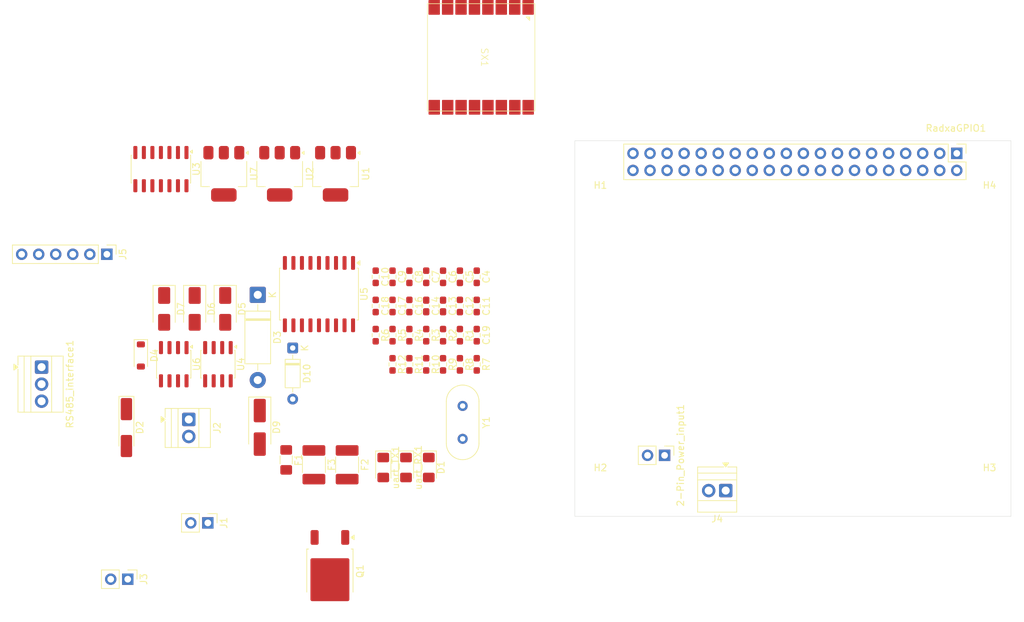
<source format=kicad_pcb>
(kicad_pcb (version 20241229) (generator "pcbnew") (generator_version "9.0")
  (title_block (title "Communication HAT") (company "Fourier Embeds") (comment 1 "Adrián Silva Palafox") (comment 2 "Felipe Adriel  Trejo de Arcos") (comment 3 "Engineered by:"))
  (layers (0 "F.Cu" signal) (2 "B.Cu" signal) (13 "F.Paste" user) (15 "B.Paste" user) (5 "F.SilkS" user "F.Silkscreen") (7 "B.SilkS" user "B.Silkscreen") (1 "F.Mask" user) (3 "B.Mask" user) (25 "Edge.Cuts" user))
  (net 0 "")
  (net 1 "Net-(D4-A)")
  (net 2 "Net-(D4-K)")
  (net 3 "Net-(D5-A1)")
  (net 4 "/COMs")
  (net 5 "Net-(D6-A1)")
  (net 6 "12V")
  (net 7 "PS+3.3v")
  (net 8 "GND")
  (net 9 "Net-(U4-DE)")
  (net 10 "Net-(U4-RO)")
  (net 11 "Net-(D10-A)")
  (net 12 "Net-(J4-Pin_2)")
  (net 14 "Net-(U2-VI)")
  (net 15 "Net-(RS485_interface1-Pin_2)")
  (net 16 "Net-(J2-Pin_1)")
  (net 17 "Net-(J2-Pin_2)")
  (net 19 "Net-(J3-Pin_1)")
  (net 20 "Net-(D3-A1)")
  (net 22 "/LoRa_D2")
  (net 24 "/LoRa_D5")
  (net 26 "/LoRa_D1")
  (net 28 "/LoRa_D4")
  (net 29 "Net-(U5-OSC1)")
  (net 30 "/TXcan-TXD")
  (net 31 "/CAN_CS")
  (net 32 "Net-(U5-OSC2)")
  (net 33 "PS+5v")
  (net 34 "/CAN_SO")
  (net 35 "/CAN_SCK")
  (net 36 "/CAN_SI")
  (net 37 "/CAN_INT")
  (net 38 "/RCcan-RXD")
  (net 39 "Net-(U1-VI)")
  (net 40 "Net-(R2-Pad1)")
  (net 41 "Net-(R3-Pad1)")
  (net 42 "LoRa+3.3v")
  (net 43 "Net-(U3-Pad3)")
  (net 44 "Net-(U5-~{RESET})")
  (net 45 "/LoRa_D0")
  (net 46 "/LoRa_D3")
  (net 47 "Net-(U7-VI)")
  (net 48 "Net-(RS485_interface1-Pin_1)")
  (net 49 "Net-(SX1-ANT)")
  (net 50 "/LoRa_RST")
  (net 52 "Net-(D10-K)")
  (net 53 "Net-(J1-Pin_2)")
  (net 54 "/GPIO21")
  (net 55 "/GPIO23")
  (net 56 "3.3v_gpio")
  (net 57 "/GPIO29")
  (net 58 "/GPIO20")
  (net 59 "5v_gpio")
  (net 60 "/GPIO28")
  (net 61 "/GPIO27")
  (net 62 "/GPIO22")
  (net 63 "/GPIO11")
  (net 64 "Net-(uart_RX1-A)")
  (net 65 "Net-(uart_TX1-A)")
  (net 66 "Net-(D1-A)")
  (net 67 "/GPIO09")
  (net 68 "/GPIO13")
  (net 69 "/GPIO18")
  (net 70 "/GPIO07")
  (net 71 "/GPIO15")
  (net 72 "/GPIO25")
  (net 73 "/GPIO08")
  (net 74 "/GPIO17")
  (net 75 "/GPIO26")
  (net 76 "/GPIO02")
  (net 77 "/GPIO12")
  (net 78 "/GPIO10")
  (net 79 "/GPIO19")
  (net 80 "/GPIO14")
  (net 81 "/GPIO16")
  (net 82 "/GPIO24")
  (footprint "Capacitor_SMD:C_0603_1608Metric_Pad1.08x0.95mm_HandSolder" (layer "F.Cu") (at 94.04 92.4375 -90)
    (property "Reference" "C14" (at 0 -1.43 90) (layer "F.SilkS"))
    (property "Value" "x")
    (pad "1" smd roundrect (at -0.8625 0 270) (size 1.075 0.95) (layers "F.Cu" "F.Mask" "F.Paste") (net 32 "Net-(U5-OSC2)"))
    (pad "2" smd roundrect (at 0.8625 0 270) (size 1.075 0.95) (layers "F.Cu" "F.Mask" "F.Paste") (net 8 "GND"))
  )
  (footprint "Capacitor_SMD:C_1812_4532Metric_Pad1.57x3.40mm_HandSolder" (layer "F.Cu") (at 77.3 116.1075 -90)
    (property "Reference" "F3" (at 0 -2.65 90) (layer "F.SilkS"))
    (property "Value" "0.3")
    (pad "1" smd roundrect (at -2.1375 0 270) (size 1.575 3.4) (layers "F.Cu" "F.Mask" "F.Paste") (roundrect_rratio 0.15873) (net 15 "Net-(RS485_interface1-Pin_2)"))
    (pad "2" smd roundrect (at 2.1375 0 270) (size 1.575 3.4) (layers "F.Cu" "F.Mask" "F.Paste") (roundrect_rratio 0.15873) (net 5 "Net-(D6-A1)"))
  )
  (footprint "Resistor_SMD:R_0603_1608Metric_Pad0.98x0.95mm_HandSolder" (layer "F.Cu") (at 94.04 96.7875 -90)
    (property "Reference" "R3" (at 0 -1.43 90) (layer "F.SilkS"))
    (property "Value" "2k4")
    (pad "1" smd roundrect (at -0.9125 0 270) (size 0.975 0.95) (layers "F.Cu" "F.Mask" "F.Paste") (net 41 "Net-(R3-Pad1)"))
    (pad "2" smd roundrect (at 0.9125 0 270) (size 0.975 0.95) (layers "F.Cu" "F.Mask" "F.Paste") (net 65 "Net-(uart_TX1-A)"))
  )
  (footprint "Fuse:Fuse_1206_3216Metric_Pad1.42x1.75mm_HandSolder" (layer "F.Cu") (at 73.17 115.3775 -90)
    (property "Reference" "F1" (at 0 -1.83 90) (layer "F.SilkS"))
    (property "Value" "3A")
    (pad "1" smd roundrect (at -1.4875 0 270) (size 1.425 1.75) (layers "F.Cu" "F.Mask" "F.Paste") (roundrect_rratio 0.175439) (net 12 "Net-(J4-Pin_2)"))
    (pad "2" smd roundrect (at 1.4875 0 270) (size 1.425 1.75) (layers "F.Cu" "F.Mask" "F.Paste") (roundrect_rratio 0.175439) (net 52 "Net-(D10-K)"))
  )
  (footprint "TerminalBlock:TerminalBlock_Xinya_XY308-2.54-2P_1x02_P2.54mm_Horizontal" (layer "F.Cu") (at 58.65 109.35 -90)
    (property "Reference" "J2" (at 1.27 -4.22 90) (layer "F.SilkS"))
    (property "Value" "Can_terminals")
    (pad "1" thru_hole roundrect (at 0 0 270) (size 2 2) (drill 1.2) (layers "*.Cu" "*.Mask") (roundrect_rratio 0.125) (net 16 "Net-(J2-Pin_1)"))
    (pad "2" thru_hole circle (at 2.54 0 270) (size 2 2) (drill 1.2) (layers "*.Cu" "*.Mask") (net 17 "Net-(J2-Pin_2)"))
  )
  (footprint "Resistor_SMD:R_0603_1608Metric_Pad0.98x0.95mm_HandSolder" (layer "F.Cu") (at 99.06 101.1375 -90)
    (property "Reference" "R8" (at 0 -1.43 90) (layer "F.SilkS"))
    (property "Value" "4K7")
    (pad "1" smd roundrect (at -0.9125 0 270) (size 0.975 0.95) (layers "F.Cu" "F.Mask" "F.Paste") (net 5 "Net-(D6-A1)"))
    (pad "2" smd roundrect (at 0.9125 0 270) (size 0.975 0.95) (layers "F.Cu" "F.Mask" "F.Paste") (net 8 "GND"))
  )
  (footprint "Capacitor_SMD:C_1812_4532Metric_Pad1.57x3.40mm_HandSolder" (layer "F.Cu") (at 82.25 116.1075 -90)
    (property "Reference" "F2" (at 0 -2.65 90) (layer "F.SilkS"))
    (property "Value" "0.3")
    (pad "1" smd roundrect (at -2.1375 0 270) (size 1.575 3.4) (layers "F.Cu" "F.Mask" "F.Paste") (roundrect_rratio 0.15873) (net 3 "Net-(D5-A1)"))
    (pad "2" smd roundrect (at 2.1375 0 270) (size 1.575 3.4) (layers "F.Cu" "F.Mask" "F.Paste") (roundrect_rratio 0.15873) (net 48 "Net-(RS485_interface1-Pin_1)"))
  )
  (footprint "Crystal:Crystal_HC18-U_Vertical" (layer "F.Cu") (at 99.47 107.3375 -90)
    (property "Reference" "Y1" (at 2.45 -3.52 90) (layer "F.SilkS"))
    (property "Value" "8MHz")
    (pad "1" thru_hole circle (at 0 0 270) (size 1.5 1.5) (drill 0.8) (layers "*.Cu" "*.Mask") (net 29 "Net-(U5-OSC1)"))
    (pad "2" thru_hole circle (at 4.9 0 270) (size 1.5 1.5) (drill 0.8) (layers "*.Cu" "*.Mask") (net 32 "Net-(U5-OSC2)"))
  )
  (footprint "Resistor_SMD:R_0603_1608Metric_Pad0.98x0.95mm_HandSolder" (layer "F.Cu") (at 99.06 88.0875 -90)
    (property "Reference" "C5" (at 0 -1.43 90) (layer "F.SilkS"))
    (property "Value" "10uf")
    (pad "1" smd roundrect (at -0.9125 0 270) (size 0.975 0.95) (layers "F.Cu" "F.Mask" "F.Paste") (net 39 "Net-(U1-VI)"))
    (pad "2" smd roundrect (at 0.9125 0 270) (size 0.975 0.95) (layers "F.Cu" "F.Mask" "F.Paste") (net 8 "GND"))
  )
  (footprint "Diode_SMD:D_MiniMELF_Handsoldering" (layer "F.Cu") (at 49.355 110.5625 -90)
    (property "Reference" "D2" (at 0 -2 90) (layer "F.SilkS"))
    (property "Value" "12v")
    (pad "1" smd roundrect (at -2.75 0 270) (size 3.3 1.7) (layers "F.Cu" "F.Mask" "F.Paste") (roundrect_rratio 0.1470588235) (net 11 "Net-(D10-A)"))
    (pad "2" smd roundrect (at 2.75 0 270) (size 3.3 1.7) (layers "F.Cu" "F.Mask" "F.Paste") (roundrect_rratio 0.1470588235) (net 8 "GND"))
  )
  (footprint "MountingHole:MountingHole_2.5mm" (layer "F.Cu") (at 120 71 180)
    (property "Reference" "H1" (at 0 -3.45 0) (layer "F.SilkS"))
    (property "Value" "MountingHole")
    (pad "" np_thru_hole circle (at 0 0 180) (size 2.5 2.5) (drill 2.5) (layers "*.Cu" "*.Mask"))
  )
  (footprint "Package_TO_SOT_SMD:SOT-223-3_TabPin2" (layer "F.Cu") (at 80.525 72.7375 -90)
    (property "Reference" "U1" (at 0 -4.5 90) (layer "F.SilkS"))
    (property "Value" "AMS1117-5.0")
    (pad "1" smd roundrect (at -3.15 -2.3 270) (size 2 1.5) (layers "F.Cu" "F.Mask" "F.Paste") (net 8 "GND"))
    (pad "2" smd roundrect (at -3.15 0 270) (size 2 1.5) (layers "F.Cu" "F.Mask" "F.Paste") (net 33 "PS+5v"))
    (pad "2" smd roundrect (at 3.15 0 270) (size 2 3.8) (layers "F.Cu" "F.Mask" "F.Paste") (net 33 "PS+5v"))
    (pad "3" smd roundrect (at -3.15 2.3 270) (size 2 1.5) (layers "F.Cu" "F.Mask" "F.Paste") (net 39 "Net-(U1-VI)"))
  )
  (footprint "Connector_PinHeader_2.54mm:PinHeader_1x02_P2.54mm_Vertical" (layer "F.Cu") (at 49.555 133.16 -90)
    (property "Reference" "J3" (at 0 -2.38 90) (layer "F.SilkS"))
    (property "Value" "120Can-resistor")
    (pad "1" thru_hole rect (at 0 0 270) (size 1.7 1.7) (drill 1) (layers "*.Cu" "*.Mask") (net 19 "Net-(J3-Pin_1)"))
    (pad "2" thru_hole circle (at 0 2.54 270) (size 1.7 1.7) (drill 1) (layers "*.Cu" "*.Mask") (net 16 "Net-(J2-Pin_1)"))
  )
  (footprint "Diode_SMD:D_SMA_Handsoldering" (layer "F.Cu") (at 69.23 110.5225 -90)
    (property "Reference" "D9" (at 0 -2.5 90) (layer "F.SilkS"))
    (property "Value" "SS36")
    (pad "1" smd roundrect (at -2.5 0 270) (size 3.5 1.8) (layers "F.Cu" "F.Mask" "F.Paste") (roundrect_rratio 0.1388888889) (net 52 "Net-(D10-K)"))
    (pad "2" smd roundrect (at 2.5 0 270) (size 3.5 1.8) (layers "F.Cu" "F.Mask" "F.Paste") (roundrect_rratio 0.1388888889) (net 8 "GND"))
  )
  (footprint "LED_SMD:LED_1206_3216Metric_Pad1.42x1.75mm_HandSolder" (layer "F.Cu") (at 91.03 116.5125 -90)
    (property "Reference" "uart_RX1" (at 0 -1.83 90) (layer "F.SilkS"))
    (property "Value" "LED")
    (pad "1" smd roundrect (at -1.4875 0 270) (size 1.425 1.75) (layers "F.Cu" "F.Mask" "F.Paste") (roundrect_rratio 0.175439) (net 8 "GND"))
    (pad "2" smd roundrect (at 1.4875 0 270) (size 1.425 1.75) (layers "F.Cu" "F.Mask" "F.Paste") (roundrect_rratio 0.175439) (net 64 "Net-(uart_RX1-A)"))
  )
  (footprint "Package_TO_SOT_SMD:SOT-223-3_TabPin2" (layer "F.Cu") (at 72.2 72.7375 -90)
    (property "Reference" "U2" (at 0 -4.5 90) (layer "F.SilkS"))
    (property "Value" "LD1117V33")
    (pad "1" smd roundrect (at -3.15 -2.3 270) (size 2 1.5) (layers "F.Cu" "F.Mask" "F.Paste") (net 8 "GND"))
    (pad "2" smd roundrect (at -3.15 0 270) (size 2 1.5) (layers "F.Cu" "F.Mask" "F.Paste") (net 7 "PS+3.3v"))
    (pad "2" smd roundrect (at 3.15 0 270) (size 2 3.8) (layers "F.Cu" "F.Mask" "F.Paste") (net 7 "PS+3.3v"))
    (pad "3" smd roundrect (at -3.15 2.3 270) (size 2 1.5) (layers "F.Cu" "F.Mask" "F.Paste") (net 14 "Net-(U2-VI)"))
  )
  (footprint "MountingHole:MountingHole_2.5mm" (layer "F.Cu") (at 178 120)
    (property "Reference" "H3" (at 0 -3.45 0) (layer "F.SilkS"))
    (property "Value" "MountingHole")
    (pad "" np_thru_hole circle (at 0 0) (size 2.5 2.5) (drill 2.5) (layers "*.Cu" "*.Mask"))
  )
  (footprint "Resistor_SMD:R_0603_1608Metric_Pad0.98x0.95mm_HandSolder" (layer "F.Cu") (at 101.57 88.0875 -90)
    (property "Reference" "C4" (at 0 -1.43 90) (layer "F.SilkS"))
    (property "Value" "10uf")
    (pad "1" smd roundrect (at -0.9125 0 270) (size 0.975 0.95) (layers "F.Cu" "F.Mask" "F.Paste") (net 14 "Net-(U2-VI)"))
    (pad "2" smd roundrect (at 0.9125 0 270) (size 0.975 0.95) (layers "F.Cu" "F.Mask" "F.Paste") (net 8 "GND"))
  )
  (footprint "Connector_PinHeader_2.54mm:PinHeader_1x06_P2.54mm_Vertical" (layer "F.Cu") (at 46.44 84.73 -90)
    (property "Reference" "J5" (at 0 -2.38 90) (layer "F.SilkS"))
    (property "Value" "LoRa_DIO")
    (pad "1" thru_hole rect (at 0 0 270) (size 1.7 1.7) (drill 1) (layers "*.Cu" "*.Mask") (net 45 "/LoRa_D0"))
    (pad "2" thru_hole circle (at 0 2.54 270) (size 1.7 1.7) (drill 1) (layers "*.Cu" "*.Mask") (net 26 "/LoRa_D1"))
    (pad "3" thru_hole circle (at 0 5.08 270) (size 1.7 1.7) (drill 1) (layers "*.Cu" "*.Mask") (net 22 "/LoRa_D2"))
    (pad "4" thru_hole circle (at 0 7.62 270) (size 1.7 1.7) (drill 1) (layers "*.Cu" "*.Mask") (net 28 "/LoRa_D4"))
    (pad "5" thru_hole circle (at 0 10.16 270) (size 1.7 1.7) (drill 1) (layers "*.Cu" "*.Mask") (net 46 "/LoRa_D3"))
    (pad "6" thru_hole circle (at 0 12.7 270) (size 1.7 1.7) (drill 1) (layers "*.Cu" "*.Mask") (net 24 "/LoRa_D5"))
  )
  (footprint "Resistor_SMD:R_0603_1608Metric_Pad0.98x0.95mm_HandSolder" (layer "F.Cu") (at 86.51 88.0875 -90)
    (property "Reference" "C10" (at 0 -1.43 90) (layer "F.SilkS"))
    (property "Value" "100nf")
    (pad "1" smd roundrect (at -0.9125 0 270) (size 0.975 0.95) (layers "F.Cu" "F.Mask" "F.Paste") (net 7 "PS+3.3v"))
    (pad "2" smd roundrect (at 0.9125 0 270) (size 0.975 0.95) (layers "F.Cu" "F.Mask" "F.Paste") (net 8 "GND"))
  )
  (footprint "Resistor_SMD:R_0603_1608Metric_Pad0.98x0.95mm_HandSolder" (layer "F.Cu") (at 99.06 96.7875 -90)
    (property "Reference" "R1" (at 0 -1.43 90) (layer "F.SilkS"))
    (property "Value" "1K")
    (pad "1" smd roundrect (at -0.9125 0 270) (size 0.975 0.95) (layers "F.Cu" "F.Mask" "F.Paste") (net 6 "12V"))
    (pad "2" smd roundrect (at 0.9125 0 270) (size 0.975 0.95) (layers "F.Cu" "F.Mask" "F.Paste") (net 66 "Net-(D1-A)"))
  )
  (footprint "LED_SMD:LED_1206_3216Metric_Pad1.42x1.75mm_HandSolder" (layer "F.Cu") (at 87.64 116.5125 -90)
    (property "Reference" "uart_TX1" (at 0 -1.83 90) (layer "F.SilkS"))
    (property "Value" "LED")
    (pad "1" smd roundrect (at -1.4875 0 270) (size 1.425 1.75) (layers "F.Cu" "F.Mask" "F.Paste") (roundrect_rratio 0.175439) (net 8 "GND"))
    (pad "2" smd roundrect (at 1.4875 0 270) (size 1.425 1.75) (layers "F.Cu" "F.Mask" "F.Paste") (roundrect_rratio 0.175439) (net 65 "Net-(uart_TX1-A)"))
  )
  (footprint "Connector_PinHeader_2.54mm:PinHeader_1x02_P2.54mm_Vertical" (layer "F.Cu") (at 129.57 114.7 -90)
    (property "Reference" "2-Pin_Power_input1" (at 0 -2.38 90) (layer "F.SilkS"))
    (property "Value" "Conn_01x02")
    (pad "1" thru_hole rect (at 0 0 270) (size 1.7 1.7) (drill 1) (layers "*.Cu" "*.Mask") (net 6 "12V"))
    (pad "2" thru_hole circle (at 0 2.54 270) (size 1.7 1.7) (drill 1) (layers "*.Cu" "*.Mask") (net 8 "GND"))
  )
  (footprint "Diode_SMD:D_SOD-123" (layer "F.Cu") (at 51.51 99.8125 -90)
    (property "Reference" "D4" (at 0 -2 90) (layer "F.SilkS"))
    (property "Value" "1N4148W")
    (pad "1" smd roundrect (at -1.65 0 270) (size 0.9 1.2) (layers "F.Cu" "F.Mask" "F.Paste") (net 2 "Net-(D4-K)"))
    (pad "2" smd roundrect (at 1.65 0 270) (size 0.9 1.2) (layers "F.Cu" "F.Mask" "F.Paste") (net 1 "Net-(D4-A)"))
  )
  (footprint "LED_SMD:LED_1206_3216Metric_Pad1.42x1.75mm_HandSolder" (layer "F.Cu") (at 94.42 116.5125 -90)
    (property "Reference" "D1" (at 0 -1.83 90) (layer "F.SilkS"))
    (property "Value" "LED")
    (pad "1" smd roundrect (at -1.4875 0 270) (size 1.425 1.75) (layers "F.Cu" "F.Mask" "F.Paste") (roundrect_rratio 0.175439) (net 8 "GND"))
    (pad "2" smd roundrect (at 1.4875 0 270) (size 1.425 1.75) (layers "F.Cu" "F.Mask" "F.Paste") (roundrect_rratio 0.175439) (net 66 "Net-(D1-A)"))
  )
  (footprint "Diode_THT:D_DO-15_P12.70mm_Horizontal" (layer "F.Cu") (at 68.93 90.7775 -90)
    (property "Reference" "D3" (at 6.35 -2.92 90) (layer "F.SilkS"))
    (property "Value" "P6KE15AC")
    (fp_text user "K" (at 0 -2.2 90) (layer "F.SilkS"))
    (pad "1" thru_hole roundrect (at 0 0 270) (size 2.4 2.4) (drill 1.2) (layers "*.Cu" "*.Mask") (roundrect_rratio 0.104167) (net 20 "Net-(D3-A1)"))
    (pad "2" thru_hole circle (at 12.7 0 270) (size 2.4 2.4) (drill 1.2) (layers "*.Cu" "*.Mask") (net 52 "Net-(D10-K)"))
  )
  (footprint "TerminalBlock:TerminalBlock_Xinya_XY308-2.54-2P_1x02_P2.54mm_Horizontal" (layer "F.Cu") (at 138.68 119.95 180)
    (property "Reference" "J4" (at 1.27 -4.22 0) (layer "F.SilkS"))
    (property "Value" "Power_supply_12V")
    (pad "1" thru_hole roundrect (at 0 0 180) (size 2 2) (drill 1.2) (layers "*.Cu" "*.Mask") (roundrect_rratio 0.125) (net 20 "Net-(D3-A1)"))
    (pad "2" thru_hole circle (at 2.54 0 180) (size 2 2) (drill 1.2) (layers "*.Cu" "*.Mask") (net 12 "Net-(J4-Pin_2)"))
  )
  (footprint "Diode_SMD:D_SMA" (layer "F.Cu") (at 54.98 92.8725 -90)
    (property "Reference" "D7" (at 0 -2.5 90) (layer "F.SilkS"))
    (property "Value" "SMAJ6.5CA")
    (pad "1" smd roundrect (at -2 0 270) (size 2.5 1.8) (layers "F.Cu" "F.Mask" "F.Paste") (roundrect_rratio 0.1388888889) (net 4 "/COMs"))
    (pad "2" smd roundrect (at 2 0 270) (size 2.5 1.8) (layers "F.Cu" "F.Mask" "F.Paste") (roundrect_rratio 0.1388888889) (net 5 "Net-(D6-A1)"))
  )
  (footprint "Resistor_SMD:R_0603_1608Metric_Pad0.98x0.95mm_HandSolder" (layer "F.Cu") (at 101.57 101.1375 -90)
    (property "Reference" "R7" (at 0 -1.43 90) (layer "F.SilkS"))
    (property "Value" "4K7")
    (pad "1" smd roundrect (at -0.9125 0 270) (size 0.975 0.95) (layers "F.Cu" "F.Mask" "F.Paste") (net 7 "PS+3.3v"))
    (pad "2" smd roundrect (at 0.9125 0 270) (size 0.975 0.95) (layers "F.Cu" "F.Mask" "F.Paste") (net 3 "Net-(D5-A1)"))
  )
  (footprint "Resistor_SMD:R_0603_1608Metric_Pad0.98x0.95mm_HandSolder" (layer "F.Cu") (at 91.53 101.1375 -90)
    (property "Reference" "R11" (at 0 -1.43 90) (layer "F.SilkS"))
    (property "Value" "10K")
    (pad "1" smd roundrect (at -0.9125 0 270) (size 0.975 0.95) (layers "F.Cu" "F.Mask" "F.Paste") (net 44 "Net-(U5-~{RESET})"))
    (pad "2" smd roundrect (at 0.9125 0 270) (size 0.975 0.95) (layers "F.Cu" "F.Mask" "F.Paste") (net 33 "PS+5v"))
  )
  (footprint "Resistor_SMD:R_0603_1608Metric_Pad0.98x0.95mm_HandSolder" (layer "F.Cu") (at 96.55 101.1375 -90)
    (property "Reference" "R9" (at 0 -1.43 90) (layer "F.SilkS"))
    (property "Value" "120")
    (pad "1" smd roundrect (at -0.9125 0 270) (size 0.975 0.95) (layers "F.Cu" "F.Mask" "F.Paste") (net 53 "Net-(J1-Pin_2)"))
    (pad "2" smd roundrect (at 0.9125 0 270) (size 0.975 0.95) (layers "F.Cu" "F.Mask" "F.Paste") (net 5 "Net-(D6-A1)"))
  )
  (footprint "Resistor_SMD:R_0603_1608Metric_Pad0.98x0.95mm_HandSolder" (layer "F.Cu") (at 99.06 92.4375 -90)
    (property "Reference" "C12" (at 0 -1.43 90) (layer "F.SilkS"))
    (property "Value" "100nf")
    (pad "1" smd roundrect (at -0.9125 0 270) (size 0.975 0.95) (layers "F.Cu" "F.Mask" "F.Paste") (net 33 "PS+5v"))
    (pad "2" smd roundrect (at 0.9125 0 270) (size 0.975 0.95) (layers "F.Cu" "F.Mask" "F.Paste") (net 8 "GND"))
  )
  (footprint "Capacitor_SMD:C_0603_1608Metric_Pad1.08x0.95mm_HandSolder" (layer "F.Cu") (at 96.55 92.4375 -90)
    (property "Reference" "C13" (at 0 -1.43 90) (layer "F.SilkS"))
    (property "Value" "x")
    (pad "1" smd roundrect (at -0.8625 0 270) (size 1.075 0.95) (layers "F.Cu" "F.Mask" "F.Paste") (net 8 "GND"))
    (pad "2" smd roundrect (at 0.8625 0 270) (size 1.075 0.95) (layers "F.Cu" "F.Mask" "F.Paste") (net 29 "Net-(U5-OSC1)"))
  )
  (footprint "Package_SO:SOIC-8_3.9x4.9mm_P1.27mm" (layer "F.Cu") (at 56.41 101.1175 -90)
    (property "Reference" "U6" (at 0 -3.4 90) (layer "F.SilkS"))
    (property "Value" "TJA1051T-3")
    (pad "1" smd roundrect (at -2.475 -1.905 270) (size 1.95 0.6) (layers "F.Cu" "F.Mask" "F.Paste") (net 30 "/TXcan-TXD"))
    (pad "2" smd roundrect (at -2.475 -0.635 270) (size 1.95 0.6) (layers "F.Cu" "F.Mask" "F.Paste") (net 8 "GND"))
    (pad "3" smd roundrect (at -2.475 0.635 270) (size 1.95 0.6) (layers "F.Cu" "F.Mask" "F.Paste") (net 33 "PS+5v"))
    (pad "4" smd roundrect (at -2.475 1.905 270) (size 1.95 0.6) (layers "F.Cu" "F.Mask" "F.Paste") (net 38 "/RCcan-RXD"))
    (pad "5" smd roundrect (at 2.475 1.905 270) (size 1.95 0.6) (layers "F.Cu" "F.Mask" "F.Paste"))
    (pad "6" smd roundrect (at 2.475 0.635 270) (size 1.95 0.6) (layers "F.Cu" "F.Mask" "F.Paste") (net 17 "Net-(J2-Pin_2)"))
    (pad "7" smd roundrect (at 2.475 -0.635 270) (size 1.95 0.6) (layers "F.Cu" "F.Mask" "F.Paste") (net 16 "Net-(J2-Pin_1)"))
    (pad "8" smd roundrect (at 2.475 -1.905 270) (size 1.95 0.6) (layers "F.Cu" "F.Mask" "F.Paste") (net 8 "GND"))
  )
  (footprint "TerminalBlock:TerminalBlock_Xinya_XY308-2.54-3P_1x03_P2.54mm_Horizontal" (layer "F.Cu") (at 36.71 101.55 -90)
    (property "Reference" "RS485_interface1" (at 2.54 -4.22 90) (layer "F.SilkS"))
    (property "Value" "Screw_Terminal_01x03")
    (pad "1" thru_hole roundrect (at 0 0 270) (size 2 2) (drill 1.2) (layers "*.Cu" "*.Mask") (roundrect_rratio 0.125) (net 48 "Net-(RS485_interface1-Pin_1)"))
    (pad "2" thru_hole circle (at 2.54 0 270) (size 2 2) (drill 1.2) (layers "*.Cu" "*.Mask") (net 15 "Net-(RS485_interface1-Pin_2)"))
    (pad "3" thru_hole circle (at 5.08 0 270) (size 2 2) (drill 1.2) (layers "*.Cu" "*.Mask") (net 4 "/COMs"))
  )
  (footprint "Diode_SMD:D_SMA" (layer "F.Cu") (at 59.53 92.8725 -90)
    (property "Reference" "D6" (at 0 -2.5 90) (layer "F.SilkS"))
    (property "Value" "SMAJ6.5CA")
    (pad "1" smd roundrect (at -2 0 270) (size 2.5 1.8) (layers "F.Cu" "F.Mask" "F.Paste") (roundrect_rratio 0.1388888889) (net 5 "Net-(D6-A1)"))
    (pad "2" smd roundrect (at 2 0 270) (size 2.5 1.8) (layers "F.Cu" "F.Mask" "F.Paste") (roundrect_rratio 0.1388888889) (net 3 "Net-(D5-A1)"))
  )
  (footprint "Package_SO:SO-14_3.9x8.65mm_P1.27mm" (layer "F.Cu") (at 54.495 72.0375 -90)
    (property "Reference" "U3" (at 0 -5.28 90) (layer "F.SilkS"))
    (property "Value" "74HC04")
    (pad "1" smd roundrect (at -2.475 -3.81 270) (size 1.95 0.6) (layers "F.Cu" "F.Mask" "F.Paste") (net 58 "/GPIO20"))
    (pad "2" smd roundrect (at -2.475 -2.54 270) (size 1.95 0.6) (layers "F.Cu" "F.Mask" "F.Paste") (net 41 "Net-(R3-Pad1)"))
    (pad "3" smd roundrect (at -2.475 -1.27 270) (size 1.95 0.6) (layers "F.Cu" "F.Mask" "F.Paste") (net 43 "Net-(U3-Pad3)"))
    (pad "4" smd roundrect (at -2.475 0 270) (size 1.95 0.6) (layers "F.Cu" "F.Mask" "F.Paste") (net 54 "/GPIO21"))
    (pad "5" smd roundrect (at -2.475 1.27 270) (size 1.95 0.6) (layers "F.Cu" "F.Mask" "F.Paste") (net 54 "/GPIO21"))
    (pad "6" smd roundrect (at -2.475 2.54 270) (size 1.95 0.6) (layers "F.Cu" "F.Mask" "F.Paste") (net 40 "Net-(R2-Pad1)"))
    (pad "7" smd roundrect (at -2.475 3.81 270) (size 1.95 0.6) (layers "F.Cu" "F.Mask" "F.Paste") (net 8 "GND"))
    (pad "8" smd roundrect (at 2.475 3.81 270) (size 1.95 0.6) (layers "F.Cu" "F.Mask" "F.Paste") (net 43 "Net-(U3-Pad3)"))
    (pad "9" smd roundrect (at 2.475 2.54 270) (size 1.95 0.6) (layers "F.Cu" "F.Mask" "F.Paste") (net 10 "Net-(U4-RO)"))
    (pad "10" smd roundrect (at 2.475 1.27 270) (size 1.95 0.6) (layers "F.Cu" "F.Mask" "F.Paste") (net 2 "Net-(D4-K)"))
    (pad "11" smd roundrect (at 2.475 0 270) (size 1.95 0.6) (layers "F.Cu" "F.Mask" "F.Paste") (net 41 "Net-(R3-Pad1)"))
    (pad "12" smd roundrect (at 2.475 -1.27 270) (size 1.95 0.6) (layers "F.Cu" "F.Mask" "F.Paste") (net 9 "Net-(U4-DE)"))
    (pad "13" smd roundrect (at 2.475 -2.54 270) (size 1.95 0.6) (layers "F.Cu" "F.Mask" "F.Paste") (net 1 "Net-(D4-A)"))
    (pad "14" smd roundrect (at 2.475 -3.81 270) (size 1.95 0.6) (layers "F.Cu" "F.Mask" "F.Paste") (net 7 "PS+3.3v"))
  )
  (footprint "Package_TO_SOT_SMD:SOT-223-3_TabPin2" (layer "F.Cu") (at 63.875 72.7375 -90)
    (property "Reference" "U7" (at 0 -4.5 90) (layer "F.SilkS"))
    (property "Value" "LD1117V33")
    (pad "1" smd roundrect (at -3.15 -2.3 270) (size 2 1.5) (layers "F.Cu" "F.Mask" "F.Paste") (net 8 "GND"))
    (pad "2" smd roundrect (at -3.15 0 270) (size 2 1.5) (layers "F.Cu" "F.Mask" "F.Paste") (net 42 "LoRa+3.3v"))
    (pad "2" smd roundrect (at 3.15 0 270) (size 2 3.8) (layers "F.Cu" "F.Mask" "F.Paste") (net 42 "LoRa+3.3v"))
    (pad "3" smd roundrect (at -3.15 2.3 270) (size 2 1.5) (layers "F.Cu" "F.Mask" "F.Paste") (net 47 "Net-(U7-VI)"))
  )
  (footprint "Connector_PinHeader_2.54mm:PinHeader_1x02_P2.54mm_Vertical" (layer "F.Cu") (at 61.49 124.77 -90)
    (property "Reference" "J1" (at 0 -2.38 90) (layer "F.SilkS"))
    (property "Value" "Conn_01x02_Pin")
    (pad "1" thru_hole rect (at 0 0 270) (size 1.7 1.7) (drill 1) (layers "*.Cu" "*.Mask") (net 3 "Net-(D5-A1)"))
    (pad "2" thru_hole circle (at 0 2.54 270) (size 1.7 1.7) (drill 1) (layers "*.Cu" "*.Mask") (net 53 "Net-(J1-Pin_2)"))
  )
  (footprint "Resistor_SMD:R_0603_1608Metric_Pad0.98x0.95mm_HandSolder" (layer "F.Cu") (at 96.55 88.0875 -90)
    (property "Reference" "C6" (at 0 -1.43 90) (layer "F.SilkS"))
    (property "Value" "1uf")
    (pad "1" smd roundrect (at -0.9125 0 270) (size 0.975 0.95) (layers "F.Cu" "F.Mask" "F.Paste") (net 33 "PS+5v"))
    (pad "2" smd roundrect (at 0.9125 0 270) (size 0.975 0.95) (layers "F.Cu" "F.Mask" "F.Paste") (net 8 "GND"))
  )
  (footprint "Resistor_SMD:R_0603_1608Metric_Pad0.98x0.95mm_HandSolder" (layer "F.Cu") (at 89.02 101.1375 -90)
    (property "Reference" "R12" (at 0 -1.43 90) (layer "F.SilkS"))
    (property "Value" "10K")
    (pad "1" smd roundrect (at -0.9125 0 270) (size 0.975 0.95) (layers "F.Cu" "F.Mask" "F.Paste") (net 11 "Net-(D10-A)"))
    (pad "2" smd roundrect (at 0.9125 0 270) (size 0.975 0.95) (layers "F.Cu" "F.Mask" "F.Paste") (net 52 "Net-(D10-K)"))
  )
  (footprint "Resistor_SMD:R_0603_1608Metric_Pad0.98x0.95mm_HandSolder" (layer "F.Cu") (at 91.53 88.0875 -90)
    (property "Reference" "C8" (at 0 -1.43 90) (layer "F.SilkS"))
    (property "Value" "100nf")
    (pad "1" smd roundrect (at -0.9125 0 270) (size 0.975 0.95) (layers "F.Cu" "F.Mask" "F.Paste") (net 7 "PS+3.3v"))
    (pad "2" smd roundrect (at 0.9125 0 270) (size 0.975 0.95) (layers "F.Cu" "F.Mask" "F.Paste") (net 8 "GND"))
  )
  (footprint "Resistor_SMD:R_0603_1608Metric_Pad0.98x0.95mm_HandSolder" (layer "F.Cu") (at 96.55 96.7875 -90)
    (property "Reference" "R2" (at 0 -1.43 90) (layer "F.SilkS"))
    (property "Value" "2k4")
    (pad "1" smd roundrect (at -0.9125 0 270) (size 0.975 0.95) (layers "F.Cu" "F.Mask" "F.Paste") (net 40 "Net-(R2-Pad1)"))
    (pad "2" smd roundrect (at 0.9125 0 270) (size 0.975 0.95) (layers "F.Cu" "F.Mask" "F.Paste") (net 64 "Net-(uart_RX1-A)"))
  )
  (footprint "Resistor_SMD:R_0603_1608Metric_Pad0.98x0.95mm_HandSolder" (layer "F.Cu") (at 101.57 92.4375 -90)
    (property "Reference" "C11" (at 0 -1.43 90) (layer "F.SilkS"))
    (property "Value" "100nf")
    (pad "1" smd roundrect (at -0.9125 0 270) (size 0.975 0.95) (layers "F.Cu" "F.Mask" "F.Paste") (net 33 "PS+5v"))
    (pad "2" smd roundrect (at 0.9125 0 270) (size 0.975 0.95) (layers "F.Cu" "F.Mask" "F.Paste") (net 8 "GND"))
  )
  (footprint "Resistor_SMD:R_0603_1608Metric_Pad0.98x0.95mm_HandSolder" (layer "F.Cu") (at 94.04 88.0875 -90)
    (property "Reference" "C7" (at 0 -1.43 90) (layer "F.SilkS"))
    (property "Value" "1uf")
    (pad "1" smd roundrect (at -0.9125 0 270) (size 0.975 0.95) (layers "F.Cu" "F.Mask" "F.Paste") (net 7 "PS+3.3v"))
    (pad "2" smd roundrect (at 0.9125 0 270) (size 0.975 0.95) (layers "F.Cu" "F.Mask" "F.Paste") (net 8 "GND"))
  )
  (footprint "Package_SO:SOIC-18W_7.5x11.6mm_P1.27mm" (layer "F.Cu") (at 78.055 90.6675 -90)
    (property "Reference" "U5" (at 0 -6.73 90) (layer "F.SilkS"))
    (property "Value" "MCP2515-xSO")
    (pad "1" smd roundrect (at -4.65 -5.08 270) (size 2.05 0.6) (layers "F.Cu" "F.Mask" "F.Paste") (net 30 "/TXcan-TXD"))
    (pad "2" smd roundrect (at -4.65 -3.81 270) (size 2.05 0.6) (layers "F.Cu" "F.Mask" "F.Paste") (net 38 "/RCcan-RXD"))
    (pad "3" smd roundrect (at -4.65 -2.54 270) (size 2.05 0.6) (layers "F.Cu" "F.Mask" "F.Paste"))
    (pad "4" smd roundrect (at -4.65 -1.27 270) (size 2.05 0.6) (layers "F.Cu" "F.Mask" "F.Paste"))
    (pad "5" smd roundrect (at -4.65 0 270) (size 2.05 0.6) (layers "F.Cu" "F.Mask" "F.Paste"))
    (pad "6" smd roundrect (at -4.65 1.27 270) (size 2.05 0.6) (layers "F.Cu" "F.Mask" "F.Paste"))
    (pad "7" smd roundrect (at -4.65 2.54 270) (size 2.05 0.6) (layers "F.Cu" "F.Mask" "F.Paste") (net 32 "Net-(U5-OSC2)"))
    (pad "8" smd roundrect (at -4.65 3.81 270) (size 2.05 0.6) (layers "F.Cu" "F.Mask" "F.Paste") (net 29 "Net-(U5-OSC1)"))
    (pad "9" smd roundrect (at -4.65 5.08 270) (size 2.05 0.6) (layers "F.Cu" "F.Mask" "F.Paste") (net 8 "GND"))
    (pad "10" smd roundrect (at 4.65 5.08 270) (size 2.05 0.6) (layers "F.Cu" "F.Mask" "F.Paste"))
    (pad "11" smd roundrect (at 4.65 3.81 270) (size 2.05 0.6) (layers "F.Cu" "F.Mask" "F.Paste"))
    (pad "12" smd roundrect (at 4.65 2.54 270) (size 2.05 0.6) (layers "F.Cu" "F.Mask" "F.Paste") (net 37 "/CAN_INT"))
    (pad "13" smd roundrect (at 4.65 1.27 270) (size 2.05 0.6) (layers "F.Cu" "F.Mask" "F.Paste") (net 35 "/CAN_SCK"))
    (pad "14" smd roundrect (at 4.65 0 270) (size 2.05 0.6) (layers "F.Cu" "F.Mask" "F.Paste") (net 36 "/CAN_SI"))
    (pad "15" smd roundrect (at 4.65 -1.27 270) (size 2.05 0.6) (layers "F.Cu" "F.Mask" "F.Paste") (net 34 "/CAN_SO"))
    (pad "16" smd roundrect (at 4.65 -2.54 270) (size 2.05 0.6) (layers "F.Cu" "F.Mask" "F.Paste") (net 31 "/CAN_CS"))
    (pad "17" smd roundrect (at 4.65 -3.81 270) (size 2.05 0.6) (layers "F.Cu" "F.Mask" "F.Paste") (net 44 "Net-(U5-~{RESET})"))
    (pad "18" smd roundrect (at 4.65 -5.08 270) (size 2.05 0.6) (layers "F.Cu" "F.Mask" "F.Paste") (net 33 "PS+5v"))
  )
  (footprint "Diode_SMD:D_SMA" (layer "F.Cu") (at 64.08 92.8725 -90)
    (property "Reference" "D5" (at 0 -2.5 90) (layer "F.SilkS"))
    (property "Value" "SMAJ6.5CA")
    (pad "1" smd roundrect (at -2 0 270) (size 2.5 1.8) (layers "F.Cu" "F.Mask" "F.Paste") (roundrect_rratio 0.1388888889) (net 3 "Net-(D5-A1)"))
    (pad "2" smd roundrect (at 2 0 270) (size 2.5 1.8) (layers "F.Cu" "F.Mask" "F.Paste") (roundrect_rratio 0.1388888889) (net 4 "/COMs"))
  )
  (footprint "Resistor_SMD:R_0603_1608Metric_Pad0.98x0.95mm_HandSolder" (layer "F.Cu") (at 89.02 88.0875 -90)
    (property "Reference" "C9" (at 0 -1.43 90) (layer "F.SilkS"))
    (property "Value" "100pF")
    (pad "1" smd roundrect (at -0.9125 0 270) (size 0.975 0.95) (layers "F.Cu" "F.Mask" "F.Paste") (net 1 "Net-(D4-A)"))
    (pad "2" smd roundrect (at 0.9125 0 270) (size 0.975 0.95) (layers "F.Cu" "F.Mask" "F.Paste") (net 8 "GND"))
  )
  (footprint "Connector_PinHeader_2.54mm:PinHeader_2x20_P2.54mm_Vertical" (layer "F.Cu") (at 173.12 69.69 -90)
    (property "Reference" "RadxaGPIO1" (at -3.75 0.13 180) (layer "F.SilkS"))
    (property "Value" "Conn_02x20_Odd_Even")
    (pad "1" thru_hole rect (at 0 0 270) (size 1.7 1.7) (drill 1) (layers "*.Cu" "*.Mask") (net 56 "3.3v_gpio"))
    (pad "2" thru_hole circle (at 2.54 0 270) (size 1.7 1.7) (drill 1) (layers "*.Cu" "*.Mask") (net 59 "5v_gpio"))
    (pad "3" thru_hole circle (at 0 2.54 270) (size 1.7 1.7) (drill 1) (layers "*.Cu" "*.Mask") (net 60 "/GPIO28"))
    (pad "4" thru_hole circle (at 2.54 2.54 270) (size 1.7 1.7) (drill 1) (layers "*.Cu" "*.Mask") (net 59 "5v_gpio"))
    (pad "5" thru_hole circle (at 0 5.08 270) (size 1.7 1.7) (drill 1) (layers "*.Cu" "*.Mask") (net 57 "/GPIO29"))
    (pad "6" thru_hole circle (at 2.54 5.08 270) (size 1.7 1.7) (drill 1) (layers "*.Cu" "*.Mask") (net 8 "GND"))
    (pad "7" thru_hole circle (at 0 7.62 270) (size 1.7 1.7) (drill 1) (layers "*.Cu" "*.Mask") (net 34 "/CAN_SO"))
    (pad "8" thru_hole circle (at 2.54 7.62 270) (size 1.7 1.7) (drill 1) (layers "*.Cu" "*.Mask") (net 58 "/GPIO20"))
    (pad "9" thru_hole circle (at 0 10.16 270) (size 1.7 1.7) (drill 1) (layers "*.Cu" "*.Mask") (net 8 "GND"))
    (pad "10" thru_hole circle (at 2.54 10.16 270) (size 1.7 1.7) (drill 1) (layers "*.Cu" "*.Mask") (net 54 "/GPIO21"))
    (pad "11" thru_hole circle (at 0 12.7 270) (size 1.7 1.7) (drill 1) (layers "*.Cu" "*.Mask") (net 31 "/CAN_CS"))
    (pad "12" thru_hole circle (at 2.54 12.7 270) (size 1.7 1.7) (drill 1) (layers "*.Cu" "*.Mask") (net 55 "/GPIO23"))
    (pad "13" thru_hole circle (at 0 15.24 270) (size 1.7 1.7) (drill 1) (layers "*.Cu" "*.Mask") (net 35 "/CAN_SCK"))
    (pad "14" thru_hole circle (at 2.54 15.24 270) (size 1.7 1.7) (drill 1) (layers "*.Cu" "*.Mask") (net 8 "GND"))
    (pad "15" thru_hole circle (at 0 17.78 270) (size 1.7 1.7) (drill 1) (layers "*.Cu" "*.Mask") (net 36 "/CAN_SI"))
    (pad "16" thru_hole circle (at 2.54 17.78 270) (size 1.7 1.7) (drill 1) (layers "*.Cu" "*.Mask") (net 62 "/GPIO22"))
    (pad "17" thru_hole circle (at 0 20.32 270) (size 1.7 1.7) (drill 1) (layers "*.Cu" "*.Mask") (net 56 "3.3v_gpio"))
    (pad "18" thru_hole circle (at 2.54 20.32 270) (size 1.7 1.7) (drill 1) (layers "*.Cu" "*.Mask") (net 61 "/GPIO27"))
    (pad "19" thru_hole circle (at 0 22.86 270) (size 1.7 1.7) (drill 1) (layers "*.Cu" "*.Mask") (net 63 "/GPIO11"))
    (pad "20" thru_hole circle (at 2.54 22.86 270) (size 1.7 1.7) (drill 1) (layers "*.Cu" "*.Mask") (net 8 "GND"))
    (pad "21" thru_hole circle (at 0 25.4 270) (size 1.7 1.7) (drill 1) (layers "*.Cu" "*.Mask") (net 73 "/GPIO08"))
    (pad "22" thru_hole circle (at 2.54 25.4 270) (size 1.7 1.7) (drill 1) (layers "*.Cu" "*.Mask") (net 82 "/GPIO24"))
    (pad "23" thru_hole circle (at 0 27.94 270) (size 1.7 1.7) (drill 1) (layers "*.Cu" "*.Mask") (net 78 "/GPIO10"))
    (pad "24" thru_hole circle (at 2.54 27.94 270) (size 1.7 1.7) (drill 1) (layers "*.Cu" "*.Mask") (net 67 "/GPIO09"))
    (pad "25" thru_hole circle (at 0 30.48 270) (size 1.7 1.7) (drill 1) (layers "*.Cu" "*.Mask") (net 8 "GND"))
    (pad "26" thru_hole circle (at 2.54 30.48 270) (size 1.7 1.7) (drill 1) (layers "*.Cu" "*.Mask") (net 69 "/GPIO18"))
    (pad "27" thru_hole circle (at 0 33.02 270) (size 1.7 1.7) (drill 1) (layers "*.Cu" "*.Mask") (net 81 "/GPIO16"))
    (pad "28" thru_hole circle (at 2.54 33.02 270) (size 1.7 1.7) (drill 1) (layers "*.Cu" "*.Mask") (net 74 "/GPIO17"))
    (pad "29" thru_hole circle (at 0 35.56 270) (size 1.7 1.7) (drill 1) (layers "*.Cu" "*.Mask") (net 70 "/GPIO07"))
    (pad "30" thru_hole circle (at 2.54 35.56 270) (size 1.7 1.7) (drill 1) (layers "*.Cu" "*.Mask") (net 8 "GND"))
    (pad "31" thru_hole circle (at 0 38.1 270) (size 1.7 1.7) (drill 1) (layers "*.Cu" "*.Mask") (net 77 "/GPIO12"))
    (pad "32" thru_hole circle (at 2.54 38.1 270) (size 1.7 1.7) (drill 1) (layers "*.Cu" "*.Mask") (net 79 "/GPIO19"))
    (pad "33" thru_hole circle (at 0 40.64 270) (size 1.7 1.7) (drill 1) (layers "*.Cu" "*.Mask") (net 68 "/GPIO13"))
    (pad "34" thru_hole circle (at 2.54 40.64 270) (size 1.7 1.7) (drill 1) (layers "*.Cu" "*.Mask") (net 8 "GND"))
    (pad "35" thru_hole circle (at 0 43.18 270) (size 1.7 1.7) (drill 1) (layers "*.Cu" "*.Mask") (net 71 "/GPIO15"))
    (pad "36" thru_hole circle (at 2.54 43.18 270) (size 1.7 1.7) (drill 1) (layers "*.Cu" "*.Mask") (net 75 "/GPIO26"))
    (pad "37" thru_hole circle (at 0 45.72 270) (size 1.7 1.7) (drill 1) (layers "*.Cu" "*.Mask") (net 80 "/GPIO14"))
    (pad "38" thru_hole circle (at 2.54 45.72 270) (size 1.7 1.7) (drill 1) (layers "*.Cu" "*.Mask") (net 76 "/GPIO02"))
    (pad "39" thru_hole circle (at 0 48.26 270) (size 1.7 1.7) (drill 1) (layers "*.Cu" "*.Mask") (net 8 "GND"))
    (pad "40" thru_hole circle (at 2.54 48.26 270) (size 1.7 1.7) (drill 1) (layers "*.Cu" "*.Mask") (net 72 "/GPIO25"))
  )
  (footprint "Resistor_SMD:R_0603_1608Metric_Pad0.98x0.95mm_HandSolder" (layer "F.Cu") (at 89.02 96.7875 -90)
    (property "Reference" "R5" (at 0 -1.43 90) (layer "F.SilkS"))
    (property "Value" "4K7")
    (pad "1" smd roundrect (at -0.9125 0 270) (size 0.975 0.95) (layers "F.Cu" "F.Mask" "F.Paste") (net 7 "PS+3.3v"))
    (pad "2" smd roundrect (at 0.9125 0 270) (size 0.975 0.95) (layers "F.Cu" "F.Mask" "F.Paste") (net 58 "/GPIO20"))
  )
  (footprint "Package_TO_SOT_SMD:TO-252-2" (layer "F.Cu") (at 79.685 131.975 -90)
    (property "Reference" "Q1" (at 0 -4.5 90) (layer "F.SilkS"))
    (property "Value" "NMOS")
    (pad "1" smd roundrect (at -5.04 -2.28 270) (size 2.2 1.2) (layers "F.Cu" "F.Mask" "F.Paste") (roundrect_rratio 0.208333) (net 11 "Net-(D10-A)"))
    (pad "2" smd roundrect (at 1.26 0 270) (size 6.4 5.8) (layers "F.Cu" "F.Mask") (roundrect_rratio 0.043103) (net 20 "Net-(D3-A1)"))
    (pad "3" smd roundrect (at -5.04 2.28 270) (size 2.2 1.2) (layers "F.Cu" "F.Mask" "F.Paste") (roundrect_rratio 0.208333) (net 8 "GND"))
  )
  (footprint "LoRa_modules:SX1278 module" (layer "F.Cu") (at 102.23 55.38 -90)
    (property "Reference" "SX1" (at 0 -0.5 270) (layer "F.SilkS") (effects (font (thickness 0.1))))
    (property "Value" "sx1278")
    (fp_rect (start -8.45 6.25) (end -6.45 7.75) (stroke (width 0.2)) (fill yes) (layer "F.Cu"))
    (fp_rect (start 6.44 6.24) (end 8.44 7.74) (stroke (width 0.2)) (fill yes) (layer "F.Cu"))
    (fp_rect (start -8.45 4.25) (end -6.45 5.75) (stroke (width 0.2)) (fill yes) (layer "F.Cu"))
    (fp_rect (start 6.44 4.24) (end 8.44 5.74) (stroke (width 0.2)) (fill yes) (layer "F.Cu"))
    (fp_rect (start -8.45 2.25) (end -6.45 3.75) (stroke (width 0.2)) (fill yes) (layer "F.Cu"))
    (fp_rect (start 6.44 2.24) (end 8.44 3.74) (stroke (width 0.2)) (fill yes) (layer "F.Cu"))
    (fp_rect (start -8.45 0.25) (end -6.45 1.75) (stroke (width 0.2)) (fill yes) (layer "F.Cu"))
    (fp_rect (start 6.44 0.24) (end 8.44 1.74) (stroke (width 0.2)) (fill yes) (layer "F.Cu"))
    (fp_rect (start -8.45 -1.75) (end -6.45 -0.25) (stroke (width 0.2)) (fill yes) (layer "F.Cu"))
    (fp_rect (start 6.44 -1.76) (end 8.44 -0.26) (stroke (width 0.2)) (fill yes) (layer "F.Cu"))
    (fp_rect (start -8.45 -3.75) (end -6.45 -2.25) (stroke (width 0.2)) (fill yes) (layer "F.Cu"))
    (fp_rect (start 6.44 -3.76) (end 8.44 -2.26) (stroke (width 0.2)) (fill yes) (layer "F.Cu"))
    (fp_rect (start -8.45 -5.75) (end -6.45 -4.25) (stroke (width 0.2)) (fill yes) (layer "F.Cu"))
    (fp_rect (start 6.44 -5.76) (end 8.44 -4.26) (stroke (width 0.2)) (fill yes) (layer "F.Cu"))
    (fp_rect (start -8.45 -7.75) (end -6.45 -6.25) (stroke (width 0.2)) (fill yes) (layer "F.Cu"))
    (fp_rect (start 6.44 -7.76) (end 8.44 -6.26) (stroke (width 0.2)) (fill yes) (layer "F.Cu"))
    (pad "1" smd roundrect (at -7.45 -7 270) (size 1.905 1.27) (layers "F.Cu" "F.Mask" "F.Paste") (roundrect_rratio 0.15) (net 8 "GND"))
    (pad "2" smd roundrect (at -7.45 -5 270) (size 1.905 1.27) (layers "F.Cu" "F.Mask" "F.Paste") (roundrect_rratio 0.15) (net 34 "/CAN_SO"))
    (pad "3" smd roundrect (at -7.45 -3 270) (size 1.905 1.27) (layers "F.Cu" "F.Mask" "F.Paste") (roundrect_rratio 0.15) (net 36 "/CAN_SI"))
    (pad "4" smd roundrect (at -7.45 -1 270) (size 1.905 1.27) (layers "F.Cu" "F.Mask" "F.Paste") (roundrect_rratio 0.15) (net 35 "/CAN_SCK"))
    (pad "5" smd roundrect (at -7.45 1 270) (size 1.905 1.27) (layers "F.Cu" "F.Mask" "F.Paste") (roundrect_rratio 0.15) (net 31 "/CAN_CS"))
    (pad "6" smd roundrect (at -7.45 3 270) (size 1.905 1.27) (layers "F.Cu" "F.Mask" "F.Paste") (roundrect_rratio 0.15) (net 50 "/LoRa_RST"))
    (pad "7" smd roundrect (at -7.45 5 270) (size 1.905 1.27) (layers "F.Cu" "F.Mask" "F.Paste") (roundrect_rratio 0.15) (net 24 "/LoRa_D5"))
    (pad "8" smd roundrect (at -7.45 7 270) (size 1.905 1.27) (layers "F.Cu" "F.Mask" "F.Paste") (roundrect_rratio 0.15) (net 8 "GND"))
    (pad "9" smd roundrect (at 7.44 6.99 270) (size 1.905 1.27) (layers "F.Cu" "F.Mask" "F.Paste") (roundrect_rratio 0.15) (net 49 "Net-(SX1-ANT)"))
    (pad "10" smd roundrect (at 7.44 4.99 270) (size 1.905 1.27) (layers "F.Cu" "F.Mask" "F.Paste") (roundrect_rratio 0.15) (net 8 "GND"))
    (pad "11" smd roundrect (at 7.44 2.99 270) (size 1.905 1.27) (layers "F.Cu" "F.Mask" "F.Paste") (roundrect_rratio 0.15) (net 46 "/LoRa_D3"))
    (pad "12" smd roundrect (at 7.44 0.99 270) (size 1.905 1.27) (layers "F.Cu" "F.Mask" "F.Paste") (roundrect_rratio 0.15) (net 28 "/LoRa_D4"))
    (pad "13" smd roundrect (at 7.44 -1.01 270) (size 1.905 1.27) (layers "F.Cu" "F.Mask" "F.Paste") (roundrect_rratio 0.15) (net 42 "LoRa+3.3v"))
    (pad "14" smd roundrect (at 7.44 -3.01 270) (size 1.905 1.27) (layers "F.Cu" "F.Mask" "F.Paste") (roundrect_rratio 0.15) (net 45 "/LoRa_D0"))
    (pad "15" smd roundrect (at 7.44 -5.01 270) (size 1.905 1.27) (layers "F.Cu" "F.Mask" "F.Paste") (roundrect_rratio 0.15) (net 26 "/LoRa_D1"))
    (pad "16" smd roundrect (at 7.44 -7.01 270) (size 1.905 1.27) (layers "F.Cu" "F.Mask" "F.Paste") (roundrect_rratio 0.15) (net 22 "/LoRa_D2"))
  )
  (footprint "Resistor_SMD:R_0603_1608Metric_Pad0.98x0.95mm_HandSolder" (layer "F.Cu") (at 89.02 92.4375 -90)
    (property "Reference" "C17" (at 0 -1.43 90) (layer "F.SilkS"))
    (property "Value" "10uf")
    (pad "1" smd roundrect (at -0.9125 0 270) (size 0.975 0.95) (layers "F.Cu" "F.Mask" "F.Paste") (net 33 "PS+5v"))
    (pad "2" smd roundrect (at 0.9125 0 270) (size 0.975 0.95) (layers "F.Cu" "F.Mask" "F.Paste") (net 8 "GND"))
  )
  (footprint "Resistor_SMD:R_0603_1608Metric_Pad0.98x0.95mm_HandSolder" (layer "F.Cu") (at 86.51 92.4375 -90)
    (property "Reference" "C18" (at 0 -1.43 90) (layer "F.SilkS"))
    (property "Value" "1uf")
    (pad "1" smd roundrect (at -0.9125 0 270) (size 0.975 0.95) (layers "F.Cu" "F.Mask" "F.Paste") (net 42 "LoRa+3.3v"))
    (pad "2" smd roundrect (at 0.9125 0 270) (size 0.975 0.95) (layers "F.Cu" "F.Mask" "F.Paste") (net 8 "GND"))
  )
  (footprint "MountingHole:MountingHole_2.5mm" (layer "F.Cu") (at 120 120)
    (property "Reference" "H2" (at 0 -3.45 0) (layer "F.SilkS"))
    (property "Value" "MountingHole")
    (pad "" np_thru_hole circle (at 0 0) (size 2.5 2.5) (drill 2.5) (layers "*.Cu" "*.Mask"))
  )
  (footprint "Resistor_SMD:R_0603_1608Metric_Pad0.98x0.95mm_HandSolder" (layer "F.Cu") (at 86.51 96.7875 -90)
    (property "Reference" "R6" (at 0 -1.43 90) (layer "F.SilkS"))
    (property "Value" "4K7")
    (pad "1" smd roundrect (at -0.9125 0 270) (size 0.975 0.95) (layers "F.Cu" "F.Mask" "F.Paste") (net 7 "PS+3.3v"))
    (pad "2" smd roundrect (at 0.9125 0 270) (size 0.975 0.95) (layers "F.Cu" "F.Mask" "F.Paste") (net 10 "Net-(U4-RO)"))
  )
  (footprint "Resistor_SMD:R_0603_1608Metric_Pad0.98x0.95mm_HandSolder" (layer "F.Cu") (at 91.53 96.7875 -90)
    (property "Reference" "R4" (at 0 -1.43 90) (layer "F.SilkS"))
    (property "Value" "56k")
    (pad "1" smd roundrect (at -0.9125 0 270) (size 0.975 0.95) (layers "F.Cu" "F.Mask" "F.Paste") (net 2 "Net-(D4-K)"))
    (pad "2" smd roundrect (at 0.9125 0 270) (size 0.975 0.95) (layers "F.Cu" "F.Mask" "F.Paste") (net 1 "Net-(D4-A)"))
  )
  (footprint "Resistor_SMD:R_0603_1608Metric_Pad0.98x0.95mm_HandSolder" (layer "F.Cu") (at 94.04 101.1375 -90)
    (property "Reference" "R10" (at 0 -1.43 90) (layer "F.SilkS"))
    (property "Value" "120")
    (pad "1" smd roundrect (at -0.9125 0 270) (size 0.975 0.95) (layers "F.Cu" "F.Mask" "F.Paste") (net 17 "Net-(J2-Pin_2)"))
    (pad "2" smd roundrect (at 0.9125 0 270) (size 0.975 0.95) (layers "F.Cu" "F.Mask" "F.Paste") (net 19 "Net-(J3-Pin_1)"))
  )
  (footprint "Resistor_SMD:R_0603_1608Metric_Pad0.98x0.95mm_HandSolder" (layer "F.Cu") (at 91.53 92.4375 -90)
    (property "Reference" "C16" (at 0 -1.43 90) (layer "F.SilkS"))
    (property "Value" "100nf")
    (pad "1" smd roundrect (at -0.9125 0 270) (size 0.975 0.95) (layers "F.Cu" "F.Mask" "F.Paste") (net 42 "LoRa+3.3v"))
    (pad "2" smd roundrect (at 0.9125 0 270) (size 0.975 0.95) (layers "F.Cu" "F.Mask" "F.Paste") (net 8 "GND"))
  )
  (footprint "MountingHole:MountingHole_2.5mm" (layer "F.Cu") (at 178 71 180)
    (property "Reference" "H4" (at 0 -3.45 0) (layer "F.SilkS"))
    (property "Value" "MountingHole")
    (pad "" np_thru_hole circle (at 0 0 180) (size 2.5 2.5) (drill 2.5) (layers "*.Cu" "*.Mask"))
  )
  (footprint "Diode_THT:D_DO-35_SOD27_P7.62mm_Horizontal" (layer "F.Cu") (at 74.14 98.6975 -90)
    (property "Reference" "D10" (at 3.81 -2.12 90) (layer "F.SilkS"))
    (property "Value" "1N4148")
    (fp_text user "K" (at 0 -1.8 90) (layer "F.SilkS"))
    (pad "1" thru_hole roundrect (at 0 0 270) (size 1.6 1.6) (drill 0.8) (layers "*.Cu" "*.Mask") (roundrect_rratio 0.15625) (net 52 "Net-(D10-K)"))
    (pad "2" thru_hole circle (at 7.62 0 270) (size 1.6 1.6) (drill 0.8) (layers "*.Cu" "*.Mask") (net 11 "Net-(D10-A)"))
  )
  (footprint "Package_SO:SOIC-8_3.9x4.9mm_P1.27mm" (layer "F.Cu") (at 62.995 101.1175 -90)
    (property "Reference" "U4" (at 0 -3.4 90) (layer "F.SilkS"))
    (property "Value" "MAX3485")
    (pad "1" smd roundrect (at -2.475 -1.905 270) (size 1.95 0.6) (layers "F.Cu" "F.Mask" "F.Paste") (net 10 "Net-(U4-RO)"))
    (pad "2" smd roundrect (at -2.475 -0.635 270) (size 1.95 0.6) (layers "F.Cu" "F.Mask" "F.Paste") (net 9 "Net-(U4-DE)"))
    (pad "3" smd roundrect (at -2.475 0.635 270) (size 1.95 0.6) (layers "F.Cu" "F.Mask" "F.Paste") (net 9 "Net-(U4-DE)"))
    (pad "4" smd roundrect (at -2.475 1.905 270) (size 1.95 0.6) (layers "F.Cu" "F.Mask" "F.Paste") (net 2 "Net-(D4-K)"))
    (pad "5" smd roundrect (at 2.475 1.905 270) (size 1.95 0.6) (layers "F.Cu" "F.Mask" "F.Paste") (net 8 "GND"))
    (pad "6" smd roundrect (at 2.475 0.635 270) (size 1.95 0.6) (layers "F.Cu" "F.Mask" "F.Paste") (net 3 "Net-(D5-A1)"))
    (pad "7" smd roundrect (at 2.475 -0.635 270) (size 1.95 0.6) (layers "F.Cu" "F.Mask" "F.Paste") (net 5 "Net-(D6-A1)"))
    (pad "8" smd roundrect (at 2.475 -1.905 270) (size 1.95 0.6) (layers "F.Cu" "F.Mask" "F.Paste") (net 7 "PS+3.3v"))
  )
  (footprint "Resistor_SMD:R_0603_1608Metric_Pad0.98x0.95mm_HandSolder" (layer "F.Cu") (at 101.57 96.7875 -90)
    (property "Reference" "C19" (at 0 -1.43 90) (layer "F.SilkS"))
    (property "Value" "10uf")
    (pad "1" smd roundrect (at -0.9125 0 270) (size 0.975 0.95) (layers "F.Cu" "F.Mask" "F.Paste") (net 47 "Net-(U7-VI)"))
    (pad "2" smd roundrect (at 0.9125 0 270) (size 0.975 0.95) (layers "F.Cu" "F.Mask" "F.Paste") (net 8 "GND"))
  )
  (gr_rect (start 116.2 67.8) (end 181.2 123.8) (stroke (width 0.05)) (fill no) (layer "Edge.Cuts"))
)
</source>
